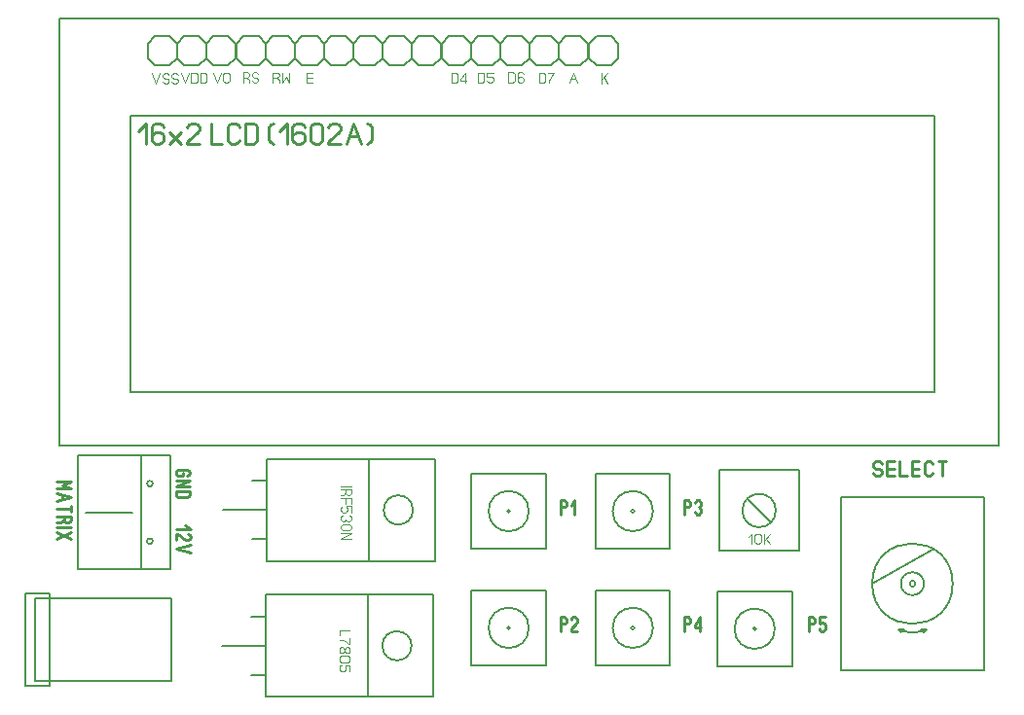
<source format=gbr>
%FSLAX34Y34*%
%MOMM*%
%LNSILK_TOP*%
G71*
G01*
%ADD10C, 0.20*%
%ADD11C, 0.22*%
%ADD12C, 0.11*%
%LPD*%
G54D10*
X51832Y384789D02*
X51832Y465789D01*
X31032Y465789D01*
X31032Y384789D01*
X51832Y384789D01*
G54D10*
X39032Y389489D02*
X158132Y389489D01*
X158132Y461089D01*
X39032Y461089D01*
X39032Y389489D01*
G54D10*
X76661Y585948D02*
X156661Y585948D01*
X156661Y486748D01*
X76661Y486748D01*
X76661Y585948D01*
G54D10*
X131661Y585948D02*
X131661Y486748D01*
G54D10*
X82961Y535948D02*
X124161Y535948D01*
G54D10*
G75*
G01X141661Y560948D02*
G03X141661Y560948I-2500J0D01*
G01*
G54D10*
G75*
G01X141661Y510948D02*
G03X141661Y510948I-2500J0D01*
G01*
G54D11*
X169832Y524406D02*
X174499Y521294D01*
X162054Y521294D01*
G54D11*
X162054Y511961D02*
X162054Y516938D01*
X162832Y516938D01*
X164388Y516316D01*
X169054Y512583D01*
X170610Y511961D01*
X172165Y511961D01*
X173721Y512583D01*
X174499Y513827D01*
X174499Y515072D01*
X173721Y516316D01*
X172165Y516938D01*
G54D11*
X174499Y507604D02*
X162054Y504493D01*
X174499Y501382D01*
G54D11*
X167918Y570405D02*
X167918Y567916D01*
X164029Y567916D01*
X162473Y568538D01*
X161696Y569782D01*
X161696Y571027D01*
X162473Y572271D01*
X164029Y572894D01*
X171807Y572894D01*
X173362Y572271D01*
X174140Y571027D01*
X174140Y569782D01*
X173362Y568538D01*
X171807Y567916D01*
G54D11*
X161696Y563560D02*
X174140Y563560D01*
X161696Y558582D01*
X174140Y558582D01*
G54D11*
X161696Y554226D02*
X174140Y554226D01*
X174140Y551114D01*
X173362Y549870D01*
X171807Y549248D01*
X164029Y549248D01*
X162473Y549870D01*
X161696Y551114D01*
X161696Y554226D01*
G54D12*
X305295Y558585D02*
X314184Y558585D01*
G54D12*
X309739Y553475D02*
X308628Y551475D01*
X307517Y550808D01*
X305295Y550808D01*
G54D12*
X305295Y556141D02*
X314184Y556141D01*
X314184Y552808D01*
X313628Y551475D01*
X312517Y550808D01*
X311406Y550808D01*
X310295Y551475D01*
X309739Y552808D01*
X309739Y556141D01*
G54D12*
X305295Y548364D02*
X314184Y548364D01*
X314184Y543698D01*
G54D12*
X309739Y548364D02*
X309739Y543698D01*
G54D12*
X314184Y535920D02*
X314184Y541253D01*
X310295Y541253D01*
X310295Y540587D01*
X310850Y539253D01*
X310850Y537920D01*
X310295Y536587D01*
X309184Y535920D01*
X306962Y535920D01*
X305850Y536587D01*
X305295Y537920D01*
X305295Y539253D01*
X305850Y540587D01*
X306962Y541253D01*
G54D12*
X312517Y533476D02*
X313628Y532810D01*
X314184Y531476D01*
X314184Y530143D01*
X313628Y528810D01*
X312517Y528143D01*
X311406Y528143D01*
X310295Y528810D01*
X309739Y530143D01*
X309184Y528810D01*
X308073Y528143D01*
X306962Y528143D01*
X305850Y528810D01*
X305295Y530143D01*
X305295Y531476D01*
X305850Y532810D01*
X306962Y533476D01*
G54D12*
X312517Y520366D02*
X306962Y520366D01*
X305850Y521033D01*
X305295Y522366D01*
X305295Y523699D01*
X305850Y525033D01*
X306962Y525699D01*
X312517Y525699D01*
X313628Y525033D01*
X314184Y523699D01*
X314184Y522366D01*
X313628Y521033D01*
X312517Y520366D01*
G54D12*
X305295Y517922D02*
X314184Y517922D01*
X305295Y512589D01*
X314184Y512589D01*
G54D10*
X526740Y569594D02*
X591741Y569594D01*
X591741Y504594D01*
X526740Y504594D01*
X526740Y569594D01*
G54D10*
G75*
G01X576741Y537094D02*
G03X576741Y537094I-17500J0D01*
G01*
G54D10*
G75*
G01X560741Y537094D02*
G03X560741Y537094I-1500J0D01*
G01*
G54D10*
X418790Y569594D02*
X483791Y569594D01*
X483791Y504594D01*
X418790Y504594D01*
X418790Y569594D01*
G54D10*
G75*
G01X468791Y537094D02*
G03X468791Y537094I-17500J0D01*
G01*
G54D10*
G75*
G01X452791Y537094D02*
G03X452791Y537094I-1500J0D01*
G01*
G54D12*
X659517Y514169D02*
X662850Y517502D01*
X662850Y508614D01*
G54D12*
X670627Y515836D02*
X670627Y510280D01*
X669960Y509169D01*
X668627Y508614D01*
X667294Y508614D01*
X665960Y509169D01*
X665294Y510280D01*
X665294Y515836D01*
X665960Y516947D01*
X667294Y517502D01*
X668627Y517502D01*
X669960Y516947D01*
X670627Y515836D01*
G54D12*
X673071Y508614D02*
X673071Y517502D01*
G54D12*
X673071Y511391D02*
X678404Y517502D01*
G54D12*
X675071Y513058D02*
X678404Y508614D01*
G54D10*
X634131Y572622D02*
X704131Y572622D01*
X704131Y502622D01*
X634131Y502622D01*
X634131Y572622D01*
G54D10*
G75*
G01X683631Y537622D02*
G03X683631Y537622I-14500J0D01*
G01*
G54D10*
X659131Y547622D02*
X679131Y527622D01*
G54D10*
X240882Y582537D02*
X386982Y582537D01*
X386982Y493737D01*
X240882Y493737D01*
X240882Y582537D01*
G54D10*
X329882Y582537D02*
X329882Y493737D01*
G54D10*
G75*
G01X367982Y538137D02*
G03X367982Y538137I-12700J0D01*
G01*
G54D10*
X228382Y563537D02*
X241082Y563537D01*
G54D10*
X241082Y538137D02*
X202982Y538137D01*
G54D10*
X241082Y512737D02*
X228382Y512737D01*
G54D10*
X739978Y548937D02*
X739978Y398937D01*
G54D10*
X739978Y398937D02*
X864978Y398937D01*
G54D10*
X739978Y548937D02*
X864978Y548937D01*
X864978Y398937D01*
G54D10*
G75*
G01X837478Y473937D02*
G03X837478Y473937I-35000J0D01*
G01*
G54D10*
X767478Y473937D02*
X819978Y503937D01*
G54D10*
G75*
G01X812478Y473937D02*
G03X812478Y473937I-10000J0D01*
G01*
G54D10*
G75*
G01X791478Y432886D02*
G03X813478Y432886I11000J41051D01*
G01*
G54D10*
X789978Y433937D02*
X792478Y431437D01*
G54D10*
X789978Y433937D02*
X794978Y433937D01*
G54D10*
X814978Y433937D02*
X812478Y431437D01*
G54D10*
X814978Y433937D02*
X809978Y433937D01*
G54D10*
G75*
G01X804978Y473937D02*
G03X804978Y473937I-2500J0D01*
G01*
G54D10*
X418790Y402994D02*
X483791Y402994D01*
X483791Y467994D01*
X418790Y467994D01*
X418790Y402994D01*
G54D10*
G75*
G01X468791Y435494D02*
G03X468791Y435494I-17500J0D01*
G01*
G54D10*
G75*
G01X452791Y435494D02*
G03X452791Y435494I-1500J0D01*
G01*
G54D12*
X312994Y433629D02*
X304105Y433629D01*
X304105Y428962D01*
G54D12*
X312994Y426518D02*
X312994Y421185D01*
X311882Y421851D01*
X310216Y423185D01*
X307994Y424518D01*
X306327Y425185D01*
X304105Y425185D01*
G54D12*
X308549Y415408D02*
X308549Y416741D01*
X309105Y418074D01*
X310216Y418741D01*
X311327Y418741D01*
X312438Y418074D01*
X312994Y416741D01*
X312994Y415408D01*
X312438Y414074D01*
X311327Y413408D01*
X310216Y413408D01*
X309105Y414074D01*
X308549Y415408D01*
X307994Y414074D01*
X306882Y413408D01*
X305772Y413408D01*
X304660Y414074D01*
X304105Y415408D01*
X304105Y416741D01*
X304660Y418074D01*
X305772Y418741D01*
X306882Y418741D01*
X307994Y418074D01*
X308549Y416741D01*
G54D12*
X311327Y405631D02*
X305772Y405631D01*
X304660Y406297D01*
X304105Y407631D01*
X304105Y408964D01*
X304660Y410297D01*
X305772Y410964D01*
X311327Y410964D01*
X312438Y410297D01*
X312994Y408964D01*
X312994Y407631D01*
X312438Y406297D01*
X311327Y405631D01*
G54D12*
X312994Y397854D02*
X312994Y403187D01*
X309105Y403187D01*
X309105Y402520D01*
X309660Y401187D01*
X309660Y399854D01*
X309105Y398520D01*
X307994Y397854D01*
X305772Y397854D01*
X304660Y398520D01*
X304105Y399854D01*
X304105Y401187D01*
X304660Y402520D01*
X305772Y403187D01*
G54D10*
X239691Y464268D02*
X385791Y464268D01*
X385791Y375468D01*
X239691Y375468D01*
X239691Y464268D01*
G54D10*
X328691Y464268D02*
X328691Y375468D01*
G54D10*
G75*
G01X366791Y419868D02*
G03X366791Y419868I-12700J0D01*
G01*
G54D10*
X227191Y445268D02*
X239891Y445268D01*
G54D10*
X239891Y419868D02*
X201791Y419868D01*
G54D10*
X239891Y394468D02*
X227191Y394468D01*
G54D10*
X60325Y965449D02*
X877094Y966244D01*
X877094Y594372D01*
X60325Y594372D01*
X60341Y965597D01*
G54D10*
X122238Y880916D02*
X821928Y880916D01*
X821928Y640410D01*
X122238Y640410D01*
X122238Y880916D01*
G54D12*
X166056Y918582D02*
X169390Y909693D01*
X172723Y918582D01*
G54D12*
X175167Y909693D02*
X175167Y918582D01*
X178501Y918582D01*
X179834Y918026D01*
X180501Y916915D01*
X180501Y911359D01*
X179834Y910248D01*
X178501Y909693D01*
X175167Y909693D01*
G54D12*
X182944Y909693D02*
X182944Y918582D01*
X186278Y918582D01*
X187611Y918026D01*
X188278Y916915D01*
X188278Y911359D01*
X187611Y910248D01*
X186278Y909693D01*
X182944Y909693D01*
G54D12*
X222922Y914605D02*
X224922Y913493D01*
X225589Y912382D01*
X225589Y910160D01*
G54D12*
X220255Y910160D02*
X220255Y919049D01*
X223589Y919049D01*
X224922Y918493D01*
X225589Y917382D01*
X225589Y916271D01*
X224922Y915160D01*
X223589Y914605D01*
X220255Y914605D01*
G54D12*
X228032Y911827D02*
X228699Y910716D01*
X230032Y910160D01*
X231366Y910160D01*
X232699Y910716D01*
X233366Y911827D01*
X233366Y912938D01*
X232699Y914049D01*
X231366Y914605D01*
X230032Y914605D01*
X228699Y915160D01*
X228032Y916271D01*
X228032Y917382D01*
X228699Y918493D01*
X230032Y919049D01*
X231366Y919049D01*
X232699Y918493D01*
X233366Y917382D01*
G54D12*
X141229Y918138D02*
X144562Y909249D01*
X147896Y918138D01*
G54D12*
X150340Y910916D02*
X151007Y909805D01*
X152340Y909249D01*
X153673Y909249D01*
X155007Y909805D01*
X155673Y910916D01*
X155673Y912027D01*
X155007Y913138D01*
X153673Y913694D01*
X152340Y913694D01*
X151007Y914249D01*
X150340Y915360D01*
X150340Y916471D01*
X151007Y917583D01*
X152340Y918138D01*
X153673Y918138D01*
X155007Y917583D01*
X155673Y916471D01*
G54D12*
X158117Y910916D02*
X158784Y909805D01*
X160117Y909249D01*
X161450Y909249D01*
X162784Y909805D01*
X163450Y910916D01*
X163450Y912027D01*
X162784Y913138D01*
X161450Y913694D01*
X160117Y913694D01*
X158784Y914249D01*
X158117Y915360D01*
X158117Y916471D01*
X158784Y917583D01*
X160117Y918138D01*
X161450Y918138D01*
X162784Y917583D01*
X163450Y916471D01*
G54D12*
X193985Y918741D02*
X197318Y909852D01*
X200652Y918741D01*
G54D12*
X208429Y917074D02*
X208429Y911519D01*
X207763Y910407D01*
X206429Y909852D01*
X205096Y909852D01*
X203763Y910407D01*
X203096Y911519D01*
X203096Y917074D01*
X203763Y918185D01*
X205096Y918741D01*
X206429Y918741D01*
X207763Y918185D01*
X208429Y917074D01*
G54D10*
X149865Y950324D02*
X143465Y950324D01*
X137165Y944024D01*
X137165Y931224D01*
X143465Y924924D01*
X156265Y924924D01*
X162565Y931224D01*
X162565Y944024D01*
X156265Y950324D01*
X149865Y950324D01*
G54D10*
X175265Y950324D02*
X168865Y950324D01*
X162565Y944024D01*
X162565Y931224D01*
X168865Y924924D01*
X181665Y924924D01*
X187965Y931224D01*
X187965Y944024D01*
X181665Y950324D01*
X175265Y950324D01*
G54D10*
X200665Y950324D02*
X194265Y950324D01*
X187965Y944024D01*
X187965Y931224D01*
X194265Y924924D01*
X207065Y924924D01*
X213365Y931224D01*
X213365Y944024D01*
X207065Y950324D01*
X200665Y950324D01*
G54D12*
X248892Y914137D02*
X250892Y913026D01*
X251558Y911915D01*
X251558Y909693D01*
G54D12*
X246225Y909693D02*
X246225Y918582D01*
X249558Y918582D01*
X250892Y918026D01*
X251558Y916915D01*
X251558Y915804D01*
X250892Y914693D01*
X249558Y914137D01*
X246225Y914137D01*
G54D12*
X254002Y918582D02*
X254002Y909693D01*
X257335Y915248D01*
X260669Y909693D01*
X260669Y918582D01*
G54D12*
X280408Y909852D02*
X275741Y909852D01*
X275741Y918741D01*
X280408Y918741D01*
G54D12*
X275741Y914296D02*
X280408Y914296D01*
G54D10*
X227255Y950324D02*
X220855Y950324D01*
X214555Y944024D01*
X214555Y931224D01*
X220855Y924924D01*
X233655Y924924D01*
X239955Y931224D01*
X239955Y944024D01*
X233655Y950324D01*
X227255Y950324D01*
G54D10*
X252655Y950324D02*
X246255Y950324D01*
X239955Y944024D01*
X239955Y931224D01*
X246255Y924924D01*
X259055Y924924D01*
X265355Y931224D01*
X265355Y944024D01*
X259055Y950324D01*
X252655Y950324D01*
G54D10*
X278055Y950324D02*
X271655Y950324D01*
X265355Y944024D01*
X265355Y931224D01*
X271655Y924924D01*
X284455Y924924D01*
X290755Y931224D01*
X290755Y944024D01*
X284455Y950324D01*
X278055Y950324D01*
G54D10*
X303058Y950324D02*
X296658Y950324D01*
X290358Y944024D01*
X290358Y931224D01*
X296658Y924924D01*
X309458Y924924D01*
X315758Y931224D01*
X315758Y944024D01*
X309458Y950324D01*
X303058Y950324D01*
G54D10*
X328458Y950324D02*
X322058Y950324D01*
X315758Y944024D01*
X315758Y931224D01*
X322058Y924924D01*
X334858Y924924D01*
X341158Y931224D01*
X341158Y944024D01*
X334858Y950324D01*
X328458Y950324D01*
G54D10*
X353858Y950324D02*
X347458Y950324D01*
X341158Y944024D01*
X341158Y931224D01*
X347458Y924924D01*
X360258Y924924D01*
X366558Y931224D01*
X366558Y944024D01*
X360258Y950324D01*
X353858Y950324D01*
G54D10*
X379258Y950324D02*
X372858Y950324D01*
X366558Y944024D01*
X366558Y931224D01*
X372858Y924924D01*
X385658Y924924D01*
X391958Y931224D01*
X391958Y944024D01*
X385658Y950324D01*
X379258Y950324D01*
G54D12*
X401403Y909693D02*
X401403Y918582D01*
X404737Y918582D01*
X406070Y918026D01*
X406737Y916915D01*
X406737Y911359D01*
X406070Y910248D01*
X404737Y909693D01*
X401403Y909693D01*
G54D12*
X413180Y909693D02*
X413180Y918582D01*
X409180Y913026D01*
X409180Y911915D01*
X414514Y911915D01*
G54D12*
X424569Y909852D02*
X424569Y918741D01*
X427903Y918741D01*
X429236Y918185D01*
X429903Y917074D01*
X429903Y911519D01*
X429236Y910407D01*
X427903Y909852D01*
X424569Y909852D01*
G54D12*
X437680Y918741D02*
X432346Y918741D01*
X432346Y914852D01*
X433013Y914852D01*
X434346Y915407D01*
X435680Y915407D01*
X437013Y914852D01*
X437680Y913741D01*
X437680Y911519D01*
X437013Y910407D01*
X435680Y909852D01*
X434346Y909852D01*
X433013Y910407D01*
X432346Y911519D01*
G54D10*
X405849Y950324D02*
X399449Y950324D01*
X393149Y944024D01*
X393149Y931224D01*
X399449Y924924D01*
X412249Y924924D01*
X418549Y931224D01*
X418549Y944024D01*
X412249Y950324D01*
X405849Y950324D01*
G54D10*
X431249Y950324D02*
X424849Y950324D01*
X418549Y944024D01*
X418549Y931224D01*
X424849Y924924D01*
X437649Y924924D01*
X443949Y931224D01*
X443949Y944024D01*
X437649Y950324D01*
X431249Y950324D01*
G54D12*
X477603Y909693D02*
X477603Y918582D01*
X480937Y918582D01*
X482270Y918026D01*
X482937Y916915D01*
X482937Y911359D01*
X482270Y910248D01*
X480937Y909693D01*
X477603Y909693D01*
G54D12*
X485380Y918582D02*
X490714Y918582D01*
X490047Y917470D01*
X488714Y915804D01*
X487380Y913582D01*
X486714Y911915D01*
X486714Y909693D01*
G54D12*
X532199Y909366D02*
X532199Y918255D01*
G54D12*
X532199Y912144D02*
X537532Y918255D01*
G54D12*
X534199Y913811D02*
X537532Y909366D01*
G54D12*
X451188Y910043D02*
X451188Y918932D01*
X454522Y918932D01*
X455855Y918376D01*
X456522Y917265D01*
X456522Y911710D01*
X455855Y910599D01*
X454522Y910043D01*
X451188Y910043D01*
G54D12*
X464299Y917265D02*
X463632Y918376D01*
X462299Y918932D01*
X460965Y918932D01*
X459632Y918376D01*
X458965Y917265D01*
X458965Y914487D01*
X458965Y913932D01*
X460965Y915043D01*
X462299Y915043D01*
X463632Y914487D01*
X464299Y913376D01*
X464299Y911710D01*
X463632Y910599D01*
X462299Y910043D01*
X460965Y910043D01*
X459632Y910599D01*
X458965Y911710D01*
X458965Y914487D01*
G54D12*
X503944Y909852D02*
X507278Y918741D01*
X510611Y909852D01*
G54D12*
X505278Y913185D02*
X509278Y913185D01*
G54D10*
X456649Y950324D02*
X450249Y950324D01*
X443949Y944024D01*
X443949Y931224D01*
X450249Y924924D01*
X463049Y924924D01*
X469349Y931224D01*
X469349Y944024D01*
X463049Y950324D01*
X456649Y950324D01*
G54D10*
X482049Y950324D02*
X475649Y950324D01*
X469349Y944024D01*
X469349Y931224D01*
X475649Y924924D01*
X488449Y924924D01*
X494749Y931224D01*
X494749Y944024D01*
X488449Y950324D01*
X482049Y950324D01*
G54D10*
X507449Y950324D02*
X501049Y950324D01*
X494749Y944024D01*
X494749Y931224D01*
X501049Y924924D01*
X513849Y924924D01*
X520149Y931224D01*
X520149Y944024D01*
X513849Y950324D01*
X507449Y950324D01*
G54D10*
X534040Y950324D02*
X527640Y950324D01*
X521340Y944024D01*
X521340Y931224D01*
X527640Y924924D01*
X540440Y924924D01*
X546740Y931224D01*
X546740Y944024D01*
X540440Y950324D01*
X534040Y950324D01*
G54D11*
X768360Y570181D02*
X769294Y568625D01*
X771160Y567847D01*
X773027Y567847D01*
X774894Y568625D01*
X775827Y570181D01*
X775827Y571736D01*
X774894Y573292D01*
X773027Y574070D01*
X771160Y574070D01*
X769294Y574847D01*
X768360Y576403D01*
X768360Y577958D01*
X769294Y579514D01*
X771160Y580292D01*
X773027Y580292D01*
X774894Y579514D01*
X775827Y577958D01*
G54D11*
X786717Y567847D02*
X780183Y567847D01*
X780183Y580292D01*
X786717Y580292D01*
G54D11*
X780183Y574070D02*
X786717Y574070D01*
G54D11*
X791072Y580292D02*
X791072Y567847D01*
X797606Y567847D01*
G54D11*
X808495Y567847D02*
X801961Y567847D01*
X801961Y580292D01*
X808495Y580292D01*
G54D11*
X801961Y574070D02*
X808495Y574070D01*
G54D11*
X820317Y570181D02*
X819384Y568625D01*
X817517Y567847D01*
X815650Y567847D01*
X813784Y568625D01*
X812850Y570181D01*
X812850Y577958D01*
X813784Y579514D01*
X815650Y580292D01*
X817517Y580292D01*
X819384Y579514D01*
X820317Y577958D01*
G54D11*
X828407Y567847D02*
X828407Y580292D01*
G54D11*
X824673Y580292D02*
X832140Y580292D01*
G54D11*
X496269Y534194D02*
X496269Y546638D01*
X499380Y546638D01*
X500624Y545860D01*
X501247Y544305D01*
X501247Y542749D01*
X500624Y541194D01*
X499380Y540416D01*
X496269Y540416D01*
G54D11*
X505603Y541972D02*
X508714Y546638D01*
X508714Y534194D01*
G54D11*
X496269Y432594D02*
X496269Y445038D01*
X499380Y445038D01*
X500624Y444260D01*
X501247Y442705D01*
X501247Y441149D01*
X500624Y439594D01*
X499380Y438816D01*
X496269Y438816D01*
G54D11*
X510581Y432594D02*
X505603Y432594D01*
X505603Y433372D01*
X506225Y434927D01*
X509958Y439594D01*
X510581Y441149D01*
X510581Y442705D01*
X509958Y444260D01*
X508714Y445038D01*
X507470Y445038D01*
X506225Y444260D01*
X505603Y442705D01*
G54D11*
X604219Y534194D02*
X604219Y546638D01*
X607330Y546638D01*
X608574Y545860D01*
X609197Y544305D01*
X609197Y542749D01*
X608574Y541194D01*
X607330Y540416D01*
X604219Y540416D01*
G54D11*
X613553Y544305D02*
X614175Y545860D01*
X615420Y546638D01*
X616664Y546638D01*
X617908Y545860D01*
X618531Y544305D01*
X618531Y542749D01*
X617908Y541194D01*
X616664Y540416D01*
X617908Y539638D01*
X618531Y538083D01*
X618531Y536527D01*
X617908Y534972D01*
X616664Y534194D01*
X615420Y534194D01*
X614175Y534972D01*
X613553Y536527D01*
G54D11*
X128926Y867973D02*
X135593Y874640D01*
X135593Y856862D01*
G54D11*
X151149Y871306D02*
X149815Y873528D01*
X147149Y874640D01*
X144482Y874640D01*
X141815Y873528D01*
X140482Y871306D01*
X140482Y865751D01*
X140482Y864640D01*
X144482Y866862D01*
X147149Y866862D01*
X149815Y865751D01*
X151149Y863528D01*
X151149Y860195D01*
X149815Y857973D01*
X147149Y856862D01*
X144482Y856862D01*
X141815Y857973D01*
X140482Y860195D01*
X140482Y865751D01*
G54D11*
X156038Y866862D02*
X166705Y856862D01*
G54D11*
X156038Y856862D02*
X166705Y866862D01*
G54D11*
X182261Y856862D02*
X171594Y856862D01*
X171594Y857973D01*
X172927Y860195D01*
X180927Y866862D01*
X182261Y869084D01*
X182261Y871306D01*
X180927Y873528D01*
X178261Y874640D01*
X175594Y874640D01*
X172927Y873528D01*
X171594Y871306D01*
G54D11*
X192306Y874640D02*
X192306Y856862D01*
X201639Y856862D01*
G54D11*
X217195Y860195D02*
X215861Y857973D01*
X213195Y856862D01*
X210528Y856862D01*
X207861Y857973D01*
X206528Y860195D01*
X206528Y871306D01*
X207861Y873528D01*
X210528Y874640D01*
X213195Y874640D01*
X215861Y873528D01*
X217195Y871306D01*
G54D11*
X222084Y856862D02*
X222084Y874640D01*
X228751Y874640D01*
X231417Y873528D01*
X232751Y871306D01*
X232751Y860195D01*
X231417Y857973D01*
X228751Y856862D01*
X222084Y856862D01*
G54D11*
X246796Y874640D02*
X244129Y873528D01*
X242796Y871306D01*
X242796Y860195D01*
X244129Y857973D01*
X246796Y856862D01*
G54D11*
X251685Y867973D02*
X258352Y874640D01*
X258352Y856862D01*
G54D11*
X273908Y871306D02*
X272574Y873528D01*
X269908Y874640D01*
X267241Y874640D01*
X264574Y873528D01*
X263241Y871306D01*
X263241Y865751D01*
X263241Y864640D01*
X267241Y866862D01*
X269908Y866862D01*
X272574Y865751D01*
X273908Y863528D01*
X273908Y860195D01*
X272574Y857973D01*
X269908Y856862D01*
X267241Y856862D01*
X264574Y857973D01*
X263241Y860195D01*
X263241Y865751D01*
G54D11*
X289464Y871306D02*
X289464Y860195D01*
X288130Y857973D01*
X285464Y856862D01*
X282797Y856862D01*
X280130Y857973D01*
X278797Y860195D01*
X278797Y871306D01*
X280130Y873528D01*
X282797Y874640D01*
X285464Y874640D01*
X288130Y873528D01*
X289464Y871306D01*
G54D11*
X305020Y856862D02*
X294353Y856862D01*
X294353Y857973D01*
X295686Y860195D01*
X303686Y866862D01*
X305020Y869084D01*
X305020Y871306D01*
X303686Y873528D01*
X301020Y874640D01*
X298353Y874640D01*
X295686Y873528D01*
X294353Y871306D01*
G54D11*
X309909Y856862D02*
X316576Y874640D01*
X323242Y856862D01*
G54D11*
X312576Y863528D02*
X320576Y863528D01*
G54D11*
X328131Y874640D02*
X330798Y873528D01*
X332131Y871306D01*
X332131Y860195D01*
X330798Y857973D01*
X328131Y856862D01*
G54D10*
X526740Y402994D02*
X591741Y402994D01*
X591741Y467994D01*
X526740Y467994D01*
X526740Y402994D01*
G54D10*
G75*
G01X576740Y435494D02*
G03X576740Y435494I-17500J0D01*
G01*
G54D10*
G75*
G01X560740Y435494D02*
G03X560740Y435494I-1500J0D01*
G01*
G54D11*
X604219Y432594D02*
X604219Y445038D01*
X607330Y445038D01*
X608574Y444260D01*
X609197Y442705D01*
X609197Y441149D01*
X608574Y439594D01*
X607330Y438816D01*
X604219Y438816D01*
G54D11*
X617286Y432594D02*
X617286Y445038D01*
X613553Y437260D01*
X613553Y435705D01*
X618531Y435705D01*
G54D11*
X712169Y432594D02*
X712169Y445038D01*
X715280Y445038D01*
X716524Y444260D01*
X717147Y442705D01*
X717147Y441149D01*
X716524Y439594D01*
X715280Y438816D01*
X712169Y438816D01*
G54D11*
X726481Y445038D02*
X721503Y445038D01*
X721503Y439594D01*
X722125Y439594D01*
X723370Y440372D01*
X724614Y440372D01*
X725858Y439594D01*
X726481Y438038D01*
X726481Y434927D01*
X725858Y433372D01*
X724614Y432594D01*
X723370Y432594D01*
X722125Y433372D01*
X721503Y434927D01*
G54D10*
X632706Y402200D02*
X697706Y402200D01*
X697706Y467200D01*
X632706Y467200D01*
X632706Y402200D01*
G54D10*
G75*
G01X682706Y434700D02*
G03X682706Y434700I-17500J0D01*
G01*
G54D10*
G75*
G01X666706Y434700D02*
G03X666706Y434700I-1500J0D01*
G01*
G54D11*
X58111Y562972D02*
X70556Y562972D01*
X62778Y559860D01*
X70556Y556749D01*
X58111Y556749D01*
G54D11*
X58111Y552394D02*
X70556Y549282D01*
X58111Y546171D01*
G54D11*
X62778Y551149D02*
X62778Y547416D01*
G54D11*
X58111Y539327D02*
X70556Y539327D01*
G54D11*
X70556Y541816D02*
X70556Y536838D01*
G54D11*
X64334Y529993D02*
X62778Y528126D01*
X61222Y527504D01*
X58111Y527504D01*
G54D11*
X58111Y532482D02*
X70556Y532482D01*
X70556Y529370D01*
X69778Y528126D01*
X68222Y527504D01*
X66667Y527504D01*
X65111Y528126D01*
X64334Y529370D01*
X64334Y532482D01*
G54D11*
X58111Y523148D02*
X70556Y523148D01*
G54D11*
X70556Y518792D02*
X58111Y512569D01*
G54D11*
X58111Y518792D02*
X70556Y512569D01*
M02*

</source>
